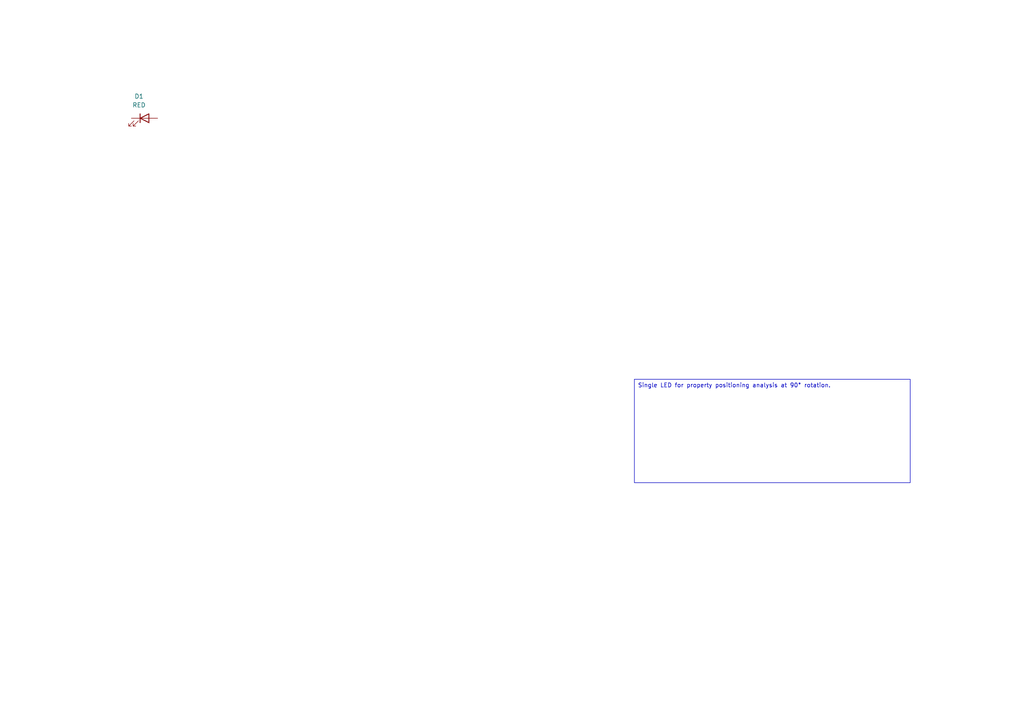
<source format=kicad_sch>
(kicad_sch (version 20250114) (generator "eeschema") (generator_version "9.0")
  (paper "A4")
  (title_block (title "led_reference"))
  (lib_symbols
    (symbol "Device:LED" (pin_numbers (hide yes)) (pin_names (offset 1.016) (hide yes))
      (property "Reference" "D" (at 0 2.54 0))
      (property "Value" "LED" (at 0 -2.54 0))
      (symbol "LED_0_1"
        (polyline (pts (xy -3.048 -0.762) (xy -4.572 -2.286) (xy -3.81 -2.286) (xy -4.572 -2.286) (xy -4.572 -1.524)))
        (polyline (pts (xy -1.778 -0.762) (xy -3.302 -2.286) (xy -2.54 -2.286) (xy -3.302 -2.286) (xy -3.302 -1.524)))
        (polyline (pts (xy -1.27 0) (xy 1.27 0)))
        (polyline (pts (xy -1.27 -1.27) (xy -1.27 1.27)) (stroke (width 0.254)))
        (polyline (pts (xy 1.27 -1.27) (xy 1.27 1.27) (xy -1.27 0) (xy 1.27 -1.27)) (stroke (width 0.254)))
      )
      (symbol "LED_1_1"
        (pin passive line (at -3.81 0 0) (length 2.54) (name "K") (number "1"))
        (pin passive line (at 3.81 0 180) (length 2.54) (name "A") (number "2"))
      )
    )
  )
  (text_box "Single LED for property positioning analysis at 90° rotation." (at 184 110 0) (size 80 30) (margins 1 1 1 1) (effects (font (size 1.2 1.2)) (justify left top)))
  (symbol (lib_id "Device:LED") (at 41.91 34.29 0) (unit 1)
    (property "Reference" "D1" (at 40.3225 27.94 0))
    (property "Value" "RED" (at 40.3225 30.48 0))
    (property "Footprint" "LED_SMD:LED_0603_1608Metric" (effects (hide yes)))
    (property "Description" "Light emitting diode" (effects (hide yes)))
    (property "Sim.Pins" "1=K 2=A" (effects (hide yes)))
  )
)
</source>
